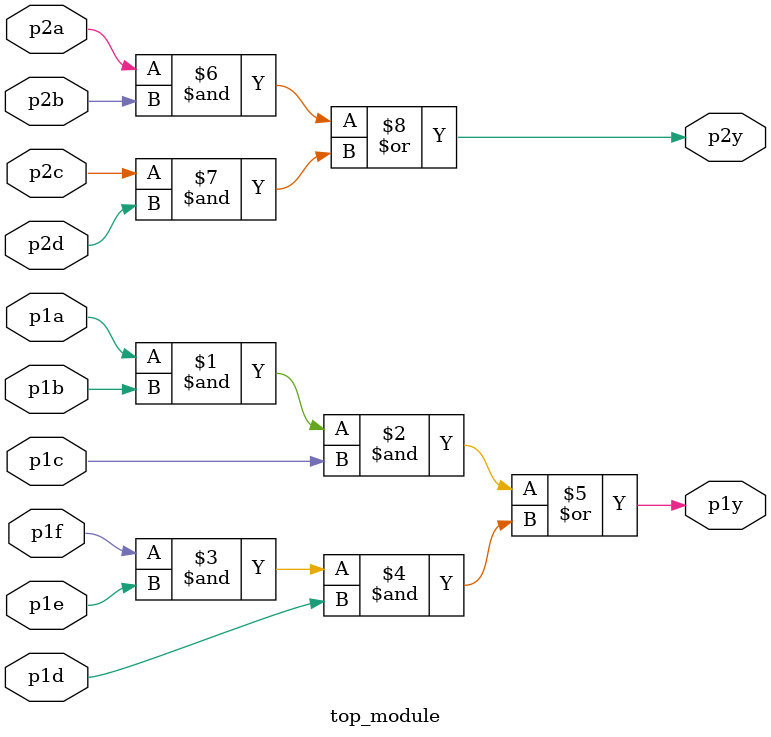
<source format=v>
module top_module(p1a, p1b, p1c, p1d, p1e, p1f,p2a, p2b, p2c, p2d,p1y,p2y);

input p1a, p1b, p1c, p1d, p1e, p1f,p2a, p2b, p2c, p2d;
output p1y,p2y;
wire p1a, p1b, p1c, p1d, p1e, p1f,p2a, p2b, p2c, p2d,p1y,p2y;

assign p1y=(p1a&p1b&p1c)|(p1f&p1e&p1d);
assign p2y=(p2a&p2b)|(p2c&p2d);

endmodule
</source>
